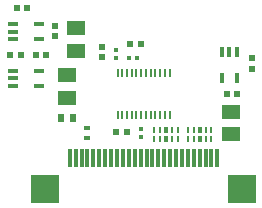
<source format=gtp>
G04*
G04 #@! TF.GenerationSoftware,Altium Limited,Altium Designer,20.0.13 (296)*
G04*
G04 Layer_Color=8421504*
%FSLAX44Y44*%
%MOMM*%
G71*
G01*
G75*
%ADD13R,0.3500X0.8500*%
%ADD14R,0.8500X0.3500*%
%ADD15R,0.5500X0.4500*%
%ADD16R,0.5500X0.6500*%
%ADD17R,0.1500X0.6500*%
%ADD18R,2.4000X2.4000*%
%ADD19R,0.3000X1.6000*%
%ADD20R,2.4000X2.4000*%
%ADD21R,1.5000X1.3000*%
G04:AMPARAMS|DCode=22|XSize=0.2mm|YSize=0.565mm|CornerRadius=0.05mm|HoleSize=0mm|Usage=FLASHONLY|Rotation=180.000|XOffset=0mm|YOffset=0mm|HoleType=Round|Shape=RoundedRectangle|*
%AMROUNDEDRECTD22*
21,1,0.2000,0.4650,0,0,180.0*
21,1,0.1000,0.5650,0,0,180.0*
1,1,0.1000,-0.0500,0.2325*
1,1,0.1000,0.0500,0.2325*
1,1,0.1000,0.0500,-0.2325*
1,1,0.1000,-0.0500,-0.2325*
%
%ADD22ROUNDEDRECTD22*%
G04:AMPARAMS|DCode=23|XSize=0.4mm|YSize=0.565mm|CornerRadius=0.05mm|HoleSize=0mm|Usage=FLASHONLY|Rotation=180.000|XOffset=0mm|YOffset=0mm|HoleType=Round|Shape=RoundedRectangle|*
%AMROUNDEDRECTD23*
21,1,0.4000,0.4650,0,0,180.0*
21,1,0.3000,0.5650,0,0,180.0*
1,1,0.1000,-0.1500,0.2325*
1,1,0.1000,0.1500,0.2325*
1,1,0.1000,0.1500,-0.2325*
1,1,0.1000,-0.1500,-0.2325*
%
%ADD23ROUNDEDRECTD23*%
%ADD24R,0.6200X0.6200*%
%ADD25R,0.6200X0.6200*%
%ADD26R,0.4200X0.4600*%
%ADD27R,0.4600X0.4200*%
D13*
X66050Y-202275D02*
D03*
Y-180275D02*
D03*
X79050Y-202275D02*
D03*
Y-180275D02*
D03*
X72550D02*
D03*
D14*
X-110700Y-202750D02*
D03*
Y-196250D02*
D03*
X-88700D02*
D03*
X-110700Y-209250D02*
D03*
X-88700D02*
D03*
X-88450Y-169525D02*
D03*
X-110450D02*
D03*
X-88450Y-156525D02*
D03*
X-110450D02*
D03*
Y-163025D02*
D03*
D15*
X-47500Y-253509D02*
D03*
Y-244509D02*
D03*
D16*
X-70000Y-236000D02*
D03*
X-60000D02*
D03*
D17*
X-22000Y-198500D02*
D03*
X-18000D02*
D03*
X-14000D02*
D03*
X-10000D02*
D03*
X-6000D02*
D03*
X-2000D02*
D03*
X2000D02*
D03*
X6000D02*
D03*
X10000D02*
D03*
X14000D02*
D03*
X18000D02*
D03*
X22000D02*
D03*
X-22000Y-234000D02*
D03*
X-18000D02*
D03*
X-14000D02*
D03*
X-10000D02*
D03*
X-6000D02*
D03*
X-2000D02*
D03*
X2000D02*
D03*
X6000D02*
D03*
X10000D02*
D03*
X14000D02*
D03*
X18000D02*
D03*
X22000D02*
D03*
D18*
X83500Y-296260D02*
D03*
D19*
X57500Y-269760D02*
D03*
X62500D02*
D03*
X37500D02*
D03*
X42500D02*
D03*
X47500D02*
D03*
X52500D02*
D03*
X-2500D02*
D03*
X-62500D02*
D03*
X-57500D02*
D03*
X-52500D02*
D03*
X-47500D02*
D03*
X-42500D02*
D03*
X-37500D02*
D03*
X-32500D02*
D03*
X-27500D02*
D03*
X-22500D02*
D03*
X-17500D02*
D03*
X-12500D02*
D03*
X-7500D02*
D03*
X2500D02*
D03*
X7500D02*
D03*
X12500D02*
D03*
X17500D02*
D03*
X22500D02*
D03*
X27500D02*
D03*
X32500D02*
D03*
D20*
X-83500Y-296260D02*
D03*
D21*
X73675Y-230800D02*
D03*
Y-249800D02*
D03*
X-65075Y-219025D02*
D03*
Y-200025D02*
D03*
X-56850Y-179200D02*
D03*
Y-160200D02*
D03*
D22*
X29125Y-254425D02*
D03*
X24125D02*
D03*
X14125D02*
D03*
X9125D02*
D03*
Y-246075D02*
D03*
X14125D02*
D03*
X24125D02*
D03*
X29125D02*
D03*
X57500Y-254425D02*
D03*
X52500D02*
D03*
X42500D02*
D03*
X37500D02*
D03*
Y-246075D02*
D03*
X42500D02*
D03*
X52500D02*
D03*
X57500D02*
D03*
D23*
X19125Y-254425D02*
D03*
Y-246075D02*
D03*
X47500Y-254425D02*
D03*
Y-246075D02*
D03*
D24*
X70300Y-216275D02*
D03*
X79300D02*
D03*
X-91425Y-183150D02*
D03*
X-82425D02*
D03*
X-104150Y-183200D02*
D03*
X-113150D02*
D03*
X-98475Y-143550D02*
D03*
X-107475D02*
D03*
X-23300Y-247750D02*
D03*
X-14300D02*
D03*
X-2225Y-173825D02*
D03*
X-11225D02*
D03*
D25*
X92200Y-194450D02*
D03*
Y-185450D02*
D03*
X-74675Y-158125D02*
D03*
Y-167125D02*
D03*
X-35125Y-175800D02*
D03*
Y-184800D02*
D03*
D26*
X-2125Y-252575D02*
D03*
Y-245975D02*
D03*
X-23300Y-179000D02*
D03*
Y-185600D02*
D03*
D27*
X-5425Y-185800D02*
D03*
X-12025D02*
D03*
M02*

</source>
